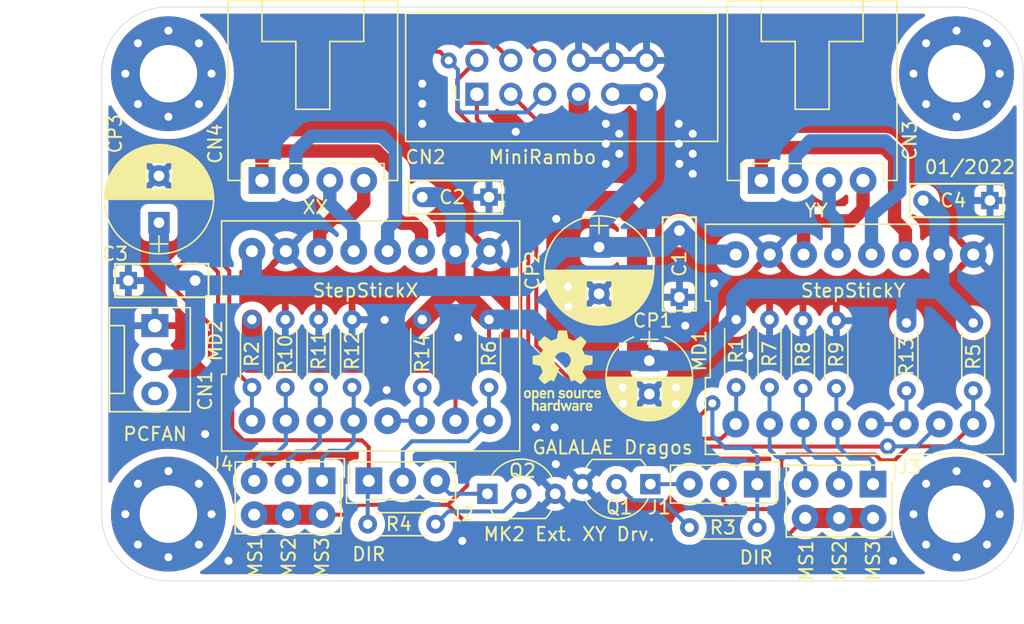
<source format=kicad_pcb>
(kicad_pcb (version 20211014) (generator pcbnew)
  (layers (0 "F.Cu" signal) (31 "B.Cu" signal) (34 "B.Paste" user) (35 "F.Paste" user) (36 "B.SilkS" user "B.Silkscreen") (37 "F.SilkS" user "F.Silkscreen") (38 "B.Mask" user) (39 "F.Mask" user) (44 "Edge.Cuts" user))
  (net 0 "")
  (net 1 "GND")
  (net 2 "+12V")
  (net 3 "+5V")
  (net 4 "Net-(CN2-Pad1)")
  (net 5 "Net-(CN2-Pad2)")
  (net 6 "Net-(CN2-Pad3)")
  (net 7 "Net-(CN2-Pad4)")
  (net 8 "Net-(CN2-Pad5)")
  (net 9 "Net-(CN2-Pad6)")
  (net 10 "Net-(CN3-Pad1)")
  (net 11 "Net-(CN3-Pad2)")
  (net 12 "Net-(CN3-Pad3)")
  (net 13 "Net-(CN3-Pad4)")
  (net 14 "Net-(CN4-Pad4)")
  (net 15 "Net-(CN4-Pad3)")
  (net 16 "Net-(CN4-Pad2)")
  (net 17 "Net-(CN4-Pad1)")
  (net 18 "Net-(J1-Pad2)")
  (net 19 "Net-(J1-Pad3)")
  (net 20 "Net-(J2-Pad3)")
  (net 21 "Net-(J2-Pad2)")
  (net 22 "Net-(J3-Pad1)")
  (net 23 "Net-(J3-Pad3)")
  (net 24 "Net-(J3-Pad5)")
  (net 25 "Net-(J4-Pad5)")
  (net 26 "Net-(J4-Pad3)")
  (net 27 "Net-(J4-Pad1)")
  (net 28 "Net-(MD1-Pad5)")
  (net 29 "Net-(MD2-Pad5)")
  (net 30 "Net-(Q1-Pad2)")
  (net 31 "Net-(Q2-Pad2)")
  (net 32 "Net-(CN1-Pad3)")
  (footprint "prusa_mk2_ext_drv:Molex_70553_4P" (layer "F.Cu") (at 12 13)
    (fp_text reference "CN4")
    (fp_text value "Y_MOT")
  )
  (footprint "prusa_mk2_ext_drv:CP_Radial_D6.3mm_P2.50mm" (layer "F.Cu") (at 41 26.5 -90)
    (fp_text reference "CP1")
    (fp_text value "47u/35V")
  )
  (footprint "prusa_mk2_ext_drv:JP_2.54mm_3PIN" (layer "F.Cu") (at 49.08 35.75 -90)
    (fp_text reference "J1")
    (fp_text value "DirRevX")
  )
  (footprint "prusa_mk2_ext_drv:STEPSTICK" (layer "F.Cu") (at 56.36 24.9)
    (fp_text reference "MD1")
    (fp_text value "TMC2209_X")
  )
  (footprint "prusa_mk2_ext_drv:STEPSTICK" (layer "F.Cu") (at 20.14 24.65)
    (fp_text reference "MD2")
    (fp_text value "TMC2209_Y")
  )
  (footprint "prusa_mk2_ext_drv:TO-92_Inline_Wide" (layer "F.Cu") (at 41.08 35.75 180)
    (fp_text reference "Q1")
    (fp_text value "BC546")
  )
  (footprint "prusa_mk2_ext_drv:TO-92_Inline_Wide" (layer "F.Cu") (at 28.8798 36.4744)
    (fp_text reference "Q2")
    (fp_text value "BC546")
  )
  (footprint "prusa_mk2_ext_drv:R_Axial_DIN0204_L3.6mm_D1.6mm_P5.08mm_Horizontal" (layer "F.Cu") (at 11.25 23.42 -90)
    (fp_text reference "R2")
    (fp_text value "10k")
  )
  (footprint "prusa_mk2_ext_drv:R_Axial_DIN0204_L3.6mm_D1.6mm_P5.08mm_Horizontal" (layer "F.Cu") (at 25 38.75 180)
    (fp_text reference "R4")
    (fp_text value "100k")
  )
  (footprint "prusa_mk2_ext_drv:R_Axial_DIN0204_L3.6mm_D1.6mm_P5.08mm_Horizontal" (layer "F.Cu") (at 29 28.5 90)
    (fp_text reference "R6")
    (fp_text value "10k")
  )
  (footprint "prusa_mk2_ext_drv:R_Axial_DIN0204_L3.6mm_D1.6mm_P5.08mm_Horizontal" (layer "F.Cu") (at 16.25 28.5 90)
    (fp_text reference "R11")
    (fp_text value "100k")
  )
  (footprint "Mounting_Holes:MountingHole_4.3mm_M4_Pad_Via" (layer "F.Cu") (at 5 5)
    (fp_text reference "REF**" hide)
    (fp_text value "MountingHole_4.3mm_M4_Pad_Via" hide)
  )
  (footprint "Mounting_Holes:MountingHole_4.3mm_M4_Pad_Via" (layer "F.Cu") (at 64 5)
    (fp_text reference "REF**" hide)
    (fp_text value "MountingHole_4.3mm_M4_Pad_Via" hide)
  )
  (footprint "Mounting_Holes:MountingHole_4.3mm_M4_Pad_Via" (layer "F.Cu") (at 5 38)
    (fp_text reference "REF**" hide)
    (fp_text value "MountingHole_4.3mm_M4_Pad_Via" hide)
  )
  (footprint "Mounting_Holes:MountingHole_4.3mm_M4_Pad_Via" (layer "F.Cu") (at 64 38)
    (fp_text reference "REF**" hide)
    (fp_text value "MountingHole_4.3mm_M4_Pad_Via" hide)
  )
  (footprint "prusa_mk2_ext_drv:JP_2.54mm_2x3PIN" (layer "F.Cu") (at 16.5 35.5 -90)
    (fp_text reference "J4")
    (fp_text value "CfgY")
  )
  (footprint "prusa_mk2_ext_drv:R_Axial_DIN0204_L3.6mm_D1.6mm_P5.08mm_Horizontal" (layer "F.Cu") (at 44 39)
    (fp_text reference "R3")
    (fp_text value "100k")
  )
  (footprint "prusa_mk2_ext_drv:R_Axial_DIN0204_L3.6mm_D1.6mm_P5.08mm_Horizontal" (layer "F.Cu") (at 13.75 28.5 90)
    (fp_text reference "R10")
    (fp_text value "100k")
  )
  (footprint "prusa_mk2_ext_drv:R_Axial_DIN0204_L3.6mm_D1.6mm_P5.08mm_Horizontal" (layer "F.Cu") (at 18.75 28.5 90)
    (fp_text reference "R12")
    (fp_text value "100k")
  )
  (footprint "prusa_mk2_ext_drv:JP_2.54mm_3PIN" (layer "F.Cu") (at 20 35.5 90)
    (fp_text reference "J2")
    (fp_text value "DirRevY")
  )
  (footprint "prusa_mk2_ext_drv:R_Axial_DIN0204_L3.6mm_D1.6mm_P5.08mm_Horizontal" (layer "F.Cu") (at 52.5 28.58 90)
    (fp_text reference "R8")
    (fp_text value "100k")
  )
  (footprint "prusa_mk2_ext_drv:JP_2.54mm_2x3PIN" (layer "F.Cu") (at 57.75 35.75 -90)
    (fp_text reference "J3")
    (fp_text value "CfgX")
  )
  (footprint "prusa_mk2_ext_drv:R_Axial_DIN0204_L3.6mm_D1.6mm_P5.08mm_Horizontal" (layer "F.Cu") (at 50 28.5 90)
    (fp_text reference "R7")
    (fp_text value "100k")
  )
  (footprint "prusa_mk2_ext_drv:R_Axial_DIN0204_L3.6mm_D1.6mm_P5.08mm_Horizontal" (layer "F.Cu") (at 55 28.58 90)
    (fp_text reference "R9")
    (fp_text value "100k")
  )
  (footprint "prusa_mk2_ext_drv:R_Axial_DIN0204_L3.6mm_D1.6mm_P5.08mm_Horizontal" (layer "F.Cu") (at 47.5 23.42 -90)
    (fp_text reference "R1")
    (fp_text value "10k")
  )
  (footprint "prusa_mk2_ext_drv:R_Axial_DIN0204_L3.6mm_D1.6mm_P5.08mm_Horizontal" (layer "F.Cu") (at 65.25 28.75 90)
    (fp_text reference "R5")
    (fp_text value "10k")
  )
  (footprint "prusa_mk2_ext_drv:CP_Radial_D8.0mm_P3.50mm" (layer "F.Cu") (at 4.2926 16.1544 90)
    (fp_text reference "CP3")
    (fp_text value "220u/35V")
  )
  (footprint "Capacitors_ThroughHole:C_Rect_L7_W2.5_P5" (layer "F.Cu") (at 29 14.25 180)
    (fp_text reference "C2")
    (fp_text value "100n/35V")
  )
  (footprint "Capacitors_ThroughHole:C_Rect_L7_W2.5_P5" (layer "F.Cu") (at 66.5 14.5 180)
    (fp_text reference "C4")
    (fp_text value "100n/35V")
  )
  (footprint "prusa_mk2_ext_drv:Molex_70553_4P" (layer "F.Cu") (at 49.38 13)
    (fp_text reference "CN3")
    (fp_text value "X_MOT")
  )
  (footprint "Connectors:IDC_Header_Straight_12pins" (layer "F.Cu") (at 28.09 6.54)
    (fp_text reference "CN2")
    (fp_text value "MiniRambo")
  )
  (footprint "prusa_mk2_ext_drv:R_Axial_DIN0204_L3.6mm_D1.6mm_P5.08mm_Horizontal" (layer "F.Cu") (at 60.25 23.67 -90)
    (fp_text reference "R13")
    (fp_text value "10k")
  )
  (footprint "prusa_mk2_ext_drv:R_Axial_DIN0204_L3.6mm_D1.6mm_P5.08mm_Horizontal" (layer "F.Cu") (at 24 23.42 -90)
    (fp_text reference "R14")
    (fp_text value "10k")
  )
  (footprint "Capacitors_ThroughHole:C_Rect_L7_W2.5_P5" (layer "F.Cu") (at 43.25 21.75 90)
    (fp_text reference "C1")
    (fp_text value "100n/35V")
  )
  (footprint "Connectors:Fan_Pin_Header_Straight_1x03" (layer "F.Cu") (at 3.9878 23.876)
    (fp_text reference "CN1")
    (fp_text value "FAN")
  )
  (footprint "prusa_mk2_ext_drv:CP_Radial_D8.0mm_P3.50mm" (layer "F.Cu") (at 37.2364 17.9884 -90)
    (fp_text reference "CP2")
    (fp_text value "220u/35V")
  )
  (footprint "Capacitors_ThroughHole:C_Rect_L7_W2.5_P5" (layer "F.Cu") (at 2 20.5)
    (fp_text reference "C3")
    (fp_text value "100n/35V")
  )
  (footprint "Symbols:OSHW-Logo_5.7x6mm_SilkScreen" (layer "F.Cu") (at 34.5 27.25)
    (fp_text reference "REF***" hide)
    (fp_text value "OSHW-Logo_5.7x6mm_SilkScreen" hide)
  )
  (gr_line (start 64 0) (end 5 0) (layer "Edge.Cuts") (width 0.05))
  (gr_arc (start 0 5) (mid 1.464466 1.464466) (end 5 0) (layer "Edge.Cuts") (width 0.05))
  (gr_line (start 0 5) (end 0 38) (layer "Edge.Cuts") (width 0.05))
  (gr_line (start 69 38) (end 69 5) (layer "Edge.Cuts") (width 0.05))
  (gr_arc (start 69 38) (mid 67.535534 41.535534) (end 64 43) (layer "Edge.Cuts") (width 0.05))
  (gr_line (start 5 43) (end 64 43) (layer "Edge.Cuts") (width 0.05))
  (gr_arc (start 64 0) (mid 67.535534 1.464466) (end 69 5) (layer "Edge.Cuts") (width 0.05))
  (gr_arc (start 5 43) (mid 1.464466 41.535534) (end 0 38) (layer "Edge.Cuts") (width 0.05))
  (gr_text "DIR" (at 49 41.25) (layer "F.SilkS") (effects (font (size 1 1))))
  (gr_text "MS3" (at 57.75 41.5 90) (layer "F.SilkS") (effects (font (size 1 1))))
  (gr_text "MS1" (at 52.75 41.5 90) (layer "F.SilkS") (effects (font (size 1 1))))
  (gr_text "MS2" (at 55.25 41.5 90) (layer "F.SilkS") (effects (font (size 1 1))))
  (gr_text "MK2 Ext. XY Drv." (at 35 39.5) (layer "F.SilkS") (effects (font (size 1 1))))
  (gr_text "01/2022" (at 65 12) (layer "F.SilkS") (effects (font (size 1 1))))
  (gr_text "DIR" (at 20 41) (layer "F.SilkS") (effects (font (size 1 1))))
  (gr_text "StepStickX" (at 19.75 21.25) (layer "F.SilkS") (effects (font (size 1 1))))
  (gr_text "MS1" (at 11.5 41.25 90) (layer "F.SilkS") (effects (font (size 1 1))))
  (gr_text "MS2" (at 14 41.25 90) (layer "F.SilkS") (effects (font (size 1 1))))
  (gr_text "GALALAE Dragos" (at 38.25 33) (layer "F.SilkS") (effects (font (size 1 1))))
  (gr_text "MS3" (at 16.5 41.25 90) (layer "F.SilkS") (effects (font (size 1 1))))
  (gr_text "PCFAN" (at 4 32) (layer "F.SilkS") (effects (font (size 1 1))))
  (gr_text "YY" (at 53.5 15.25) (layer "F.SilkS") (effects (font (size 1 1))))
  (gr_text "XX" (at 16 15) (layer "F.SilkS") (effects (font (size 1 1))))
  (gr_text "MiniRambo" (at 33 11.25) (layer "F.SilkS") (effects (font (size 1 1))))
  (gr_text "StepStickY" (at 56.25 21.25) (layer "F.SilkS") (effects (font (size 1 1))))
  (via (at 24 7.25) (size 1.2) (drill 0.6) (layers "F.Cu" "B.Cu") (net 1))
  (via (at 43 28.5) (size 1.2) (drill 0.6) (layers "F.Cu" "B.Cu") (net 1))
  (via (at 38.75 11) (size 1.2) (drill 0.6) (layers "F.Cu" "B.Cu") (net 1))
  (via (at 24 5.75) (size 1.2) (drill 0.6) (layers "F.Cu" "B.Cu") (net 1))
  (via (at 34.925 20.955) (size 1.2) (drill 0.6) (layers "F.Cu" "B.Cu") (net 1))
  (via (at 43.2054 8.75) (size 1.2) (drill 0.6) (layers "F.Cu" "B.Cu") (net 1))
  (via (at 9.5 41.5) (size 1.2) (drill 0.6) (layers "F.Cu" "B.Cu") (net 1))
  (via (at 21.1836 23.4442) (size 1.2) (drill 0.6) (layers "F.Cu" "B.Cu") (net 1))
  (via (at 7.747 32.004) (size 1.2) (drill 0.6) (layers "F.Cu" "B.Cu") (net 1))
  (via (at 39.032577 29.718) (size 1.2) (drill 0.6) (layers "F.Cu" "B.Cu") (net 1))
  (via (at 27.0002 40.005) (size 1.2) (drill 0.6) (layers "F.Cu" "B.Cu") (net 1))
  (via (at 31 9.3472) (size 1.2) (drill 0.6) (layers "F.Cu" "B.Cu") (net 1))
  (via (at 45.847 20.701) (size 1.2) (drill 0.6) (layers "F.Cu" "B.Cu") (net 1))
  (via (at 21.336 28.702) (size 1.2) (drill 0.6) (layers "F.Cu" "B.Cu") (net 1))
  (via (at 43.688 23.876) (size 1.2) (drill 0.6) (layers "F.Cu" "B.Cu") (net 1))
  (via (at 34.925 22.479) (size 1.2) (drill 0.6) (layers "F.Cu" "B.Cu") (net 1))
  (via (at 39 28.5) (size 1.2) (drill 0.6) (layers "F.Cu" "B.Cu") (net 1))
  (via (at 34.036 15.875) (size 1.2) (drill 0.6) (layers "F.Cu" "B.Cu") (net 1))
  (via (at 44.25 11) (size 1.2) (drill 0.6) (layers "F.Cu" "B.Cu") (net 1))
  (via (at 33.909 31.496) (size 1.2) (drill 0.6) (layers "F.Cu" "B.Cu") (net 1))
  (via (at 43 29.75) (size 1.2) (drill 0.6) (layers "F.Cu" "B.Cu") (net 1))
  (via (at 44.25 9.5) (size 1.2) (drill 0.6) (layers "F.Cu" "B.Cu") (net 1))
  (via (at 37.75 10.25) (size 1.2) (drill 0.6) (layers "F.Cu" "B.Cu") (net 1))
  (via (at 24 8.75) (size 1.2) (drill 0.6) (layers "F.Cu" "B.Cu") (net 1))
  (via (at 38.75 9.5) (size 1.2) (drill 0.6) (layers "F.Cu" "B.Cu") (net 1))
  (via (at 43.25 11.75) (size 1.2) (drill 0.6) (layers "F.Cu" "B.Cu") (net 1))
  (via (at 37.75 11.75) (size 1.2) (drill 0.6) (layers "F.Cu" "B.Cu") (net 1))
  (via (at 59.25 41.5) (size 1.2) (drill 0.6) (layers "F.Cu" "B.Cu") (net 1))
  (via (at 37.75 8.75) (size 1.2) (drill 0.6) (layers "F.Cu" "B.Cu") (net 1))
  (via (at 32.512 31.496) (size 1.2) (drill 0.6) (layers "F.Cu" "B.Cu") (net 1))
  (via (at 43.2054 10.25) (size 1.2) (drill 0.6) (layers "F.Cu" "B.Cu") (net 1))
  (via (at 48.4886 26.1366) (size 1.2) (drill 0.6) (layers "F.Cu" "B.Cu") (net 1))
  (via (at 44.25 12.5) (size 1.2) (drill 0.6) (layers "F.Cu" "B.Cu") (net 1))
  (via (at 26.6954 24.765) (size 1.2) (drill 0.6) (layers "F.Cu" "B.Cu") (net 1))
  (via (at 34 34.25) (size 1.2) (drill 0.6) (layers "F.Cu" "B.Cu") (net 1))
  (segment (start 11.25 20.0384) (end 11.2522 20.8534) (width 1.5) (layer "B.Cu") (net 2))
  (segment (start 7.3534 20.8534) (end 7 20.5) (width 1.5) (layer "B.Cu") (net 2))
  (segment (start 45.05 18.55) (end 43.25 16.75) (width 1.5) (layer "B.Cu") (net 2))
  (segment (start 31.5976 20.9042) (end 34.5018 18) (width 1.5) (layer "B.Cu") (net 2))
  (segment (start 6.5028 26.416) (end 7 25.9188) (width 1.5) (layer "B.Cu") (net 2))
  (segment (start 7 20.5) (end 5.5648 20.5) (width 1.5) (layer "B.Cu") (net 2))
  (segment (start 40.79 6.54) (end 40.79 12.6008) (width 1.5) (layer "B.Cu") (net 2))
  (segment (start 42.0168 17.9832) (end 37.9984 17.9832) (width 1.5) (layer "B.Cu") (net 2))
  (segment (start 11.25 18.3) (end 11.25 20.0384) (width 1.5) (layer "B.Cu") (net 2))
  (segment (start 37.25 16.1408) (end 37.25 18) (width 1.5) (layer "B.Cu") (net 2))
  (segment (start 3.9878 26.416) (end 6.5028 26.416) (width 1.5) (layer "B.Cu") (net 2))
  (segment (start 37.9984 17.9832) (end 37.2668 17.9832) (width 1.5) (layer "B.Cu") (net 2))
  (segment (start 34.5018 18) (end 37.25 18) (width 1.5) (layer "B.Cu") (net 2))
  (segment (start 4.2926 19.2278) (end 4.2926 16.1544) (width 1.5) (layer "B.Cu") (net 2))
  (segment (start 38.25 6.54) (end 40.79 6.54) (width 1.5) (layer "B.Cu") (net 2))
  (segment (start 37.2364 17.9884) (end 37.9932 17.9884) (width 1.5) (layer "B.Cu") (net 2))
  (segment (start 47.47 18.55) (end 45.05 18.55) (width 1.5) (layer "B.Cu") (net 2))
  (segment (start 5.5648 20.5) (end 4.2926 19.2278) (width 1.5) (layer "B.Cu") (net 2))
  (segment (start 37.2668 17.9832) (end 37.25 18) (width 1.5) (layer "B.Cu") (net 2))
  (segment (start 7 25.9188) (end 7 20.5) (width 1.5) (layer "B.Cu") (net 2))
  (segment (start 40.79 12.6008) (end 37.25 16.1408) (width 1.5) (layer "B.Cu") (net 2))
  (segment (start 13.1826 20.9042) (end 31.5976 20.9042) (width 1.5) (layer "B.Cu") (net 2))
  (segment (start 37.9932 17.9884) (end 37.9984 17.9832) (width 1.5) (layer "B.Cu") (net 2))
  (segment (start 11.2522 20.8534) (end 7.3534 20.8534) (width 1.5) (layer "B.Cu") (net 2))
  (segment (start 11.2522 20.8534) (end 13.1826 20.9042) (width 1.5) (layer "B.Cu") (net 2))
  (segment (start 43.25 16.75) (end 42.0168 17.9832) (width 1.5) (layer "B.Cu") (net 2))
  (segment (start 31.0896 28.3718) (end 29 26.2822) (width 0.3) (layer "F.Cu") (net 3))
  (segment (start 57.75 38.29) (end 55.21 38.29) (width 1.5) (layer "F.Cu") (net 3))
  (segment (start 28.448 33.02) (end 29.600002 33.02) (width 0.3) (layer "F.Cu") (net 3))
  (segment (start 26.49 20.91) (end 26.49 18.3) (width 1.5) (layer "F.Cu") (net 3))
  (segment (start 43.303999 40.450001) (end 41.538198 38.6842) (width 0.3) (layer "F.Cu") (net 3))
  (segment (start 16.5 38.04) (end 18.483998 38.04) (width 0.3) (layer "F.Cu") (net 3))
  (segment (start 19.223999 37.299999) (end 25.920601 37.299999) (width 0.3) (layer "F.Cu") (net 3))
  (segment (start 41.538198 38.6842) (end 27.304802 38.6842) (width 0.3) (layer "F.Cu") (net 3))
  (segment (start 50.509999 40.450001) (end 43.303999 40.450001) (width 0.3) (layer "F.Cu") (net 3))
  (segment (start 35.71 14.0692) (end 36.1696 14.5288) (width 1.5) (layer "F.Cu") (net 3))
  (segment (start 29 26.2822) (end 29 23.42) (width 0.3) (layer "F.Cu") (net 3))
  (segment (start 40.0812 25.5812) (end 41 26.5) (width 1.5) (layer "F.Cu") (net 3))
  (segment (start 26.49 20.93) (end 24 23.42) (width 1.5) (layer "F.Cu") (net 3))
  (segment (start 11.42 38.04) (end 13.96 38.04) (width 1.5) (layer "F.Cu") (net 3))
  (segment (start 18.483998 38.04) (end 19.223999 37.299999) (width 0.3) (layer "F.Cu") (net 3))
  (segment (start 27.369799 34.098201) (end 28.448 33.02) (width 0.3) (layer "F.Cu") (net 3))
  (segment (start 40.0812 16.002) (end 40.0812 25.5812) (width 1.5) (layer "F.Cu") (net 3))
  (segment (start 29.600002 33.02) (end 31.0896 31.530402) (width 0.3) (layer "F.Cu") (net 3))
  (segment (start 36.1696 14.5288) (end 38.608 14.5288) (width 1.5) (layer "F.Cu") (net 3))
  (segment (start 35.71 6.54) (end 35.71 14.0692) (width 1.5) (layer "F.Cu") (net 3))
  (segment (start 11.25 24.966) (end 11.25 23.42) (width 1.5) (layer "F.Cu") (net 3))
  (segment (start 27.369799 35.850801) (end 27.369799 34.098201) (width 0.3) (layer "F.Cu") (net 3))
  (segment (start 26.49 18.3) (end 26.49 20.93) (width 1.5) (layer "F.Cu") (net 3))
  (segment (start 31.0896 31.530402) (end 31.0896 28.3718) (width 0.3) (layer "F.Cu") (net 3))
  (segment (start 24 23.42) (end 21.6644 25.7556) (width 1.5) (layer "F.Cu") (net 3))
  (segment (start 29 23.42) (end 26.49 20.91) (width 1.5) (layer "F.Cu") (net 3))
  (segment (start 16.5 38.04) (end 13.96 38.04) (width 1.5) (layer "F.Cu") (net 3))
  (segment (start 52.67 38.29) (end 55.21 38.29) (width 1.5) (layer "F.Cu") (net 3))
  (segment (start 21.6644 25.7556) (end 12.0396 25.7556) (width 1.5) (layer "F.Cu") (net 3))
  (segment (start 38.608 14.5288) (end 40.0812 16.002) (width 1.5) (layer "F.Cu") (net 3))
  (segment (start 27.304802 38.6842) (end 25.920601 37.299999) (width 0.3) (layer "F.Cu") (net 3))
  (segment (start 12.0396 25.7556) (end 11.25 24.966) (width 1.5) (layer "F.Cu") (net 3))
  (segment (start 52.67 38.29) (end 50.509999 40.450001) (width 0.3) (layer "F.Cu") (net 3))
  (segment (start 25.920601 37.299999) (end 27.369799 35.850801) (width 0.3) (layer "F.Cu") (net 3))
  (segment (start 60.25 21.1824) (end 60.325 21.1074) (width 1.5) (layer "B.Cu") (net 3))
  (segment (start 62.71 15.71) (end 61.5 14.5) (width 1.5) (layer "B.Cu") (net 3))
  (segment (start 35.2376 26.5) (end 41 26.5) (width 1.5) (layer "B.Cu") (net 3))
  (segment (start 24 14.25) (end 25.3498 14.25) (width 1.5) (layer "B.Cu") (net 3))
  (segment (start 62.6874 21.1074) (end 62.2808 21.1074) (width 1.5) (layer "B.Cu") (net 3))
  (segment (start 60.25 23.67) (end 60.25 21.1824) (width 1.5) (layer "B.Cu") (net 3))
  (segment (start 44.42 26.5) (end 47.5 23.42) (width 1.5) (layer "B.Cu") (net 3))
  (segment (start 25.3498 14.25) (end 26.49 15.3902) (width 1.5) (layer "B.Cu") (net 3))
  (segment (start 62.71 20.6782) (end 62.71 18.55) (width 1.5) (layer "B.Cu") (net 3))
  (segment (start 32.1576 23.42) (end 35.2376 26.5) (width 1.5) (layer "B.Cu") (net 3))
  (segment (start 48.2346 21.1074) (end 60.325 21.1074) (width 1.5) (layer "B.Cu") (net 3))
  (segment (start 60.325 21.1074) (end 62.2808 21.1074) (width 1.5) (layer "B.Cu") (net 3))
  (segment (start 62.2808 21.1074) (end 62.71 20.6782) (width 1.5) (layer "B.Cu") (net 3))
  (segment (start 47.5 23.42) (end 47.5 21.842) (width 1.5) (layer "B.Cu") (net 3))
  (segment (start 47.5 21.842) (end 48.2346 21.1074) (width 1.5) (layer "B.Cu") (net 3))
  (segment (start 29 23.42) (end 32.1576 23.42) (width 1.5) (layer "B.Cu") (net 3))
  (segment (start 65.25 23.67) (end 62.6874 21.1074) (width 1.5) (layer "B.Cu") (net 3))
  (segment (start 62.71 18.55) (end 62.71 15.71) (width 1.5) (layer "B.Cu") (net 3))
  (segment (start 26.49 15.3902) (end 26.49 18.3) (width 1.5) (layer "B.Cu") (net 3))
  (segment (start 41 26.5) (end 44.42 26.5) (width 1.5) (layer "B.Cu") (net 3))
  (segment (start 28.09 8.415343) (end 31.937389 12.262732) (width 0.3) (layer "F.Cu") (net 4))
  (segment (start 46.385801 32.334199) (end 47.47 31.25) (width 0.3) (layer "F.Cu") (net 4))
  (segment (start 31.937389 12.262732) (end 31.937389 25.628553) (width 0.3) (layer "F.Cu") (net 4))
  (segment (start 28.09 6.54) (end 28.09 8.415343) (width 0.3) (layer "F.Cu") (net 4))
  (segment (start 31.937389 25.628553) (end 38.643035 32.334199) (width 0.3) (layer "F.Cu") (net 4))
  (segment (start 38.643035 32.334199) (end 46.385801 32.334199) (width 0.3) (layer "F.Cu") (net 4))
  (segment (start 47.5 31.22) (end 47.47 31.25) (width 0.3) (layer "B.Cu") (net 4))
  (segment (start 47.5 28.5) (end 47.5 31.22) (width 0.3) (layer "B.Cu") (net 4))
  (segment (start 26.6192 7.793085) (end 31.337378 12.511264) (width 0.3) (layer "F.Cu") (net 5))
  (segment (start 38.39521 32.93421) (end 58.83599 32.93421) (width 0.3) (layer "F.Cu") (net 5))
  (segment (start 58.83599 32.93421) (end 58.8518 32.9184) (width 0.3) (layer "F.Cu") (net 5))
  (segment (start 28.09 4) (end 26.6192 5.4708) (width 0.3) (layer "F.Cu") (net 5))
  (segment (start 31.337378 25.876378) (end 38.39521 32.93421) (width 0.3) (layer "F.Cu") (net 5))
  (segment (start 31.337378 12.511264) (end 31.337378 25.876378) (width 0.3) (layer "F.Cu") (net 5))
  (segment (start 26.6192 5.4708) (end 26.6192 7.793085) (width 0.3) (layer "F.Cu") (net 5))
  (via (at 58.8518 32.9184) (size 1.2) (drill 0.6) (layers "F.Cu" "B.Cu") (net 5))
  (segment (start 61.0416 32.9184) (end 62.71 31.25) (width 0.3) (layer "B.Cu") (net 5))
  (segment (start 58.8518 32.9184) (end 61.0416 32.9184) (width 0.3) (layer "B.Cu") (net 5))
  (segment (start 32.5374 8.4474) (end 32.5374 25.380728) (width 0.3) (layer "F.Cu") (net 6))
  (segment (start 30.63 6.54) (end 32.5374 8.4474) (width 0.3) (layer "F.Cu") (net 6))
  (segment (start 32.5374 25.380728) (end 38.881272 31.7246) (width 0.3) (layer "F.Cu") (net 6))
  (segment (start 43.688 31.7246) (end 45.72 29.6926) (width 0.3) (layer "F.Cu") (net 6))
  (segment (start 38.881272 31.7246) (end 43.688 31.7246) (width 0.3) (layer "F.Cu") (net 6))
  (via (at 45.72 29.6926) (size 1.2) (drill 0.6) (layers "F.Cu" "B.Cu") (net 6))
  (segment (start 48.5394 33.0454) (end 49.08 33.586) (width 0.3) (layer "B.Cu") (net 6))
  (segment (start 45.72 32.0802) (end 46.6852 33.0454) (width 0.3) (layer "B.Cu") (net 6))
  (segment (start 45.72 29.6926) (end 45.72 32.0802) (width 0.3) (layer "B.Cu") (net 6))
  (segment (start 49.08 39) (end 49.08 35.75) (width 0.3) (layer "B.Cu") (net 6))
  (segment (start 49.08 33.586) (end 49.08 35.75) (width 0.3) (layer "B.Cu") (net 6))
  (segment (start 46.6852 33.0454) (end 48.5394 33.0454) (width 0.3) (layer "B.Cu") (net 6))
  (segment (start 30.63 4) (end 29.316399 2.686399) (width 0.3) (layer "F.Cu") (net 7))
  (segment (start 8.001 11.800657) (end 8.001 19.1516) (width 0.3) (layer "F.Cu") (net 7))
  (segment (start 29.316399 2.686399) (end 17.115258 2.686399) (width 0.3) (layer "F.Cu") (net 7))
  (segment (start 17.115258 2.686399) (end 8.001 11.800657) (width 0.3) (layer "F.Cu") (net 7))
  (segment (start 8.001 19.1516) (end 8.7122 19.8628) (width 0.3) (layer "F.Cu") (net 7))
  (segment (start 8.7122 19.8628) (end 8.7122 25.9622) (width 0.3) (layer "F.Cu") (net 7))
  (segment (start 8.7122 25.9622) (end 11.25 28.5) (width 0.3) (layer "F.Cu") (net 7))
  (segment (start 11.25 31) (end 11.25 28.5) (width 0.3) (layer "B.Cu") (net 7))
  (segment (start 8.6614 18.8722) (end 8.6614 11.9888) (width 0.3) (layer "F.Cu") (net 8))
  (segment (start 24.69021 27.25561) (end 10.854152 27.25561) (width 0.3) (layer "F.Cu") (net 8))
  (segment (start 26.49 29.0554) (end 24.69021 27.25561) (width 0.3) (layer "F.Cu") (net 8))
  (segment (start 9.55662 25.958078) (end 9.55662 19.76742) (width 0.3) (layer "F.Cu") (net 8))
  (segment (start 26.49 31) (end 26.49 29.0554) (width 0.3) (layer "F.Cu") (net 8))
  (segment (start 10.854152 27.25561) (end 9.55662 25.958078) (width 0.3) (layer "F.Cu") (net 8))
  (segment (start 17.2974 3.3528) (end 25.3238 3.3528) (width 0.3) (layer "F.Cu") (net 8))
  (segment (start 9.55662 19.76742) (end 8.6614 18.8722) (width 0.3) (layer "F.Cu") (net 8))
  (segment (start 8.6614 11.9888) (end 17.2974 3.3528) (width 0.3) (layer "F.Cu") (net 8))
  (segment (start 25.3238 3.3528) (end 25.9842 4.0132) (width 0.3) (layer "F.Cu") (net 8))
  (via (at 25.9842 4.0132) (size 1.2) (drill 0.6) (layers "F.Cu" "B.Cu") (net 8))
  (segment (start 33.17 6.54) (end 31.8106 7.8994) (width 0.3) (layer "B.Cu") (net 8))
  (segment (start 26.67 4.699) (end 25.9842 4.0132) (width 0.3) (layer "B.Cu") (net 8))
  (segment (start 26.67 7.657202) (end 26.67 4.699) (width 0.3) (layer "B.Cu") (net 8))
  (segment (start 26.912198 7.8994) (end 26.67 7.657202) (width 0.3) (layer "B.Cu") (net 8))
  (segment (start 31.8106 7.8994) (end 26.912198 7.8994) (width 0.3) (layer "B.Cu") (net 8))
  (segment (start 5.5372 19.6596) (end 5.5372 21.209) (width 0.3) (layer "F.Cu") (net 9))
  (segment (start 31.1766 2.0066) (end 16.946514 2.0066) (width 0.3) (layer "F.Cu") (net 9))
  (segment (start 7.3914 11.561714) (end 7.3914 17.8054) (width 0.3) (layer "F.Cu") (net 9))
  (segment (start 10.6172 32.4612) (end 19.4818 32.4612) (width 0.3) (layer "F.Cu") (net 9))
  (segment (start 16.946514 2.0066) (end 7.3914 11.561714) (width 0.3) (layer "F.Cu") (net 9))
  (segment (start 9.779 27.877543) (end 9.779 31.623) (width 0.3) (layer "F.Cu") (net 9))
  (segment (start 19.4818 32.4612) (end 20 32.9794) (width 0.3) (layer "F.Cu") (net 9))
  (segment (start 9.779 31.623) (end 10.6172 32.4612) (width 0.3) (layer "F.Cu") (net 9))
  (segment (start 7.3914 17.8054) (end 5.5372 19.6596) (width 0.3) (layer "F.Cu") (net 9))
  (segment (start 8.1026 23.7744) (end 8.1026 26.201143) (width 0.3) (layer "F.Cu") (net 9))
  (segment (start 33.17 4) (end 31.1766 2.0066) (width 0.3) (layer "F.Cu") (net 9))
  (segment (start 20 32.9794) (end 20 35.5) (width 0.3) (layer "F.Cu") (net 9))
  (segment (start 5.5372 21.209) (end 8.1026 23.7744) (width 0.3) (layer "F.Cu") (net 9))
  (segment (start 8.1026 26.201143) (end 9.779 27.877543) (width 0.3) (layer "F.Cu") (net 9))
  (segment (start 19.92 35.58) (end 20 35.5) (width 0.3) (layer "B.Cu") (net 9))
  (segment (start 19.92 38.75) (end 19.92 35.58) (width 0.3) (layer "B.Cu") (net 9))
  (segment (start 49.38 11.453) (end 50.292 10.541) (width 1) (layer "F.Cu") (net 10))
  (segment (start 49.38 13) (end 49.38 11.453) (width 1) (layer "F.Cu") (net 10))
  (segment (start 59.3598 16.002) (end 60.17 16.8122) (width 1) (layer "F.Cu") (net 10))
  (segment (start 60.17 16.8122) (end 60.17 18.55) (width 1) (layer "F.Cu") (net 10))
  (segment (start 59.3598 11.3284) (end 59.3598 16.002) (width 1) (layer "F.Cu") (net 10))
  (segment (start 58.5724 10.541) (end 59.3598 11.3284) (width 1) (layer "F.Cu") (net 10))
  (segment (start 50.292 10.541) (end 58.5724 10.541) (width 1) (layer "F.Cu") (net 10))
  (segment (start 53.0352 10.033) (end 58.674 10.033) (width 1) (layer "B.Cu") (net 11))
  (segment (start 51.92 13) (end 51.92 11.2244) (width 1) (layer "B.Cu") (net 11))
  (segment (start 51.92 11.2244) (end 53.0352 10.033) (width 1) (layer "B.Cu") (net 11))
  (segment (start 57.63 15.5728) (end 57.63 18.55) (width 1) (layer "B.Cu") (net 11))
  (segment (start 59.7408 13.843) (end 57.63 15.5728) (width 1) (layer "B.Cu") (net 11))
  (segment (start 59.7662 11.049) (end 59.7408 13.843) (width 1) (layer "B.Cu") (net 11))
  (segment (start 58.674 10.033) (end 59.7662 11.049) (width 1) (layer "B.Cu") (net 11))
  (segment (start 54.46 13) (end 54.46 15.3948) (width 1) (layer "B.Cu") (net 12))
  (segment (start 55.09 16.0248) (end 55.09 18.55) (width 1) (layer "B.Cu") (net 12))
  (segment (start 54.46 15.3948) (end 55.09 16.0248) (width 1) (layer "B.Cu") (net 12))
  (segment (start 57 15.136) (end 57 13) (width 1) (layer "F.Cu") (net 13))
  (segment (start 56.1086 16.0274) (end 57 15.136) (width 1) (layer "F.Cu") (net 13))
  (segment (start 52.55 16.8174) (end 53.34 16.0274) (width 1) (layer "F.Cu") (net 13))
  (segment (start 53.34 16.0274) (end 56.1086 16.0274) (width 1) (layer "F.Cu") (net 13))
  (segment (start 52.55 18.55) (end 52.55 16.8174) (width 1) (layer "F.Cu") (net 13))
  (segment (start 17.3736 15.7734) (end 18.5166 15.7734) (width 1) (layer "F.Cu") (net 14))
  (segment (start 18.5166 15.7734) (end 19.62 14.67) (width 1) (layer "F.Cu") (net 14))
  (segment (start 16.33 16.817) (end 17.3736 15.7734) (width 1) (layer "F.Cu") (net 14))
  (segment (start 19.62 14.67) (end 19.62 13) (width 1) (layer "F.Cu") (net 14))
  (segment (start 16.33 18.3) (end 16.33 16.817) (width 1) (layer "F.Cu") (net 14))
  (segment (start 17.08 13) (end 17.08 14.7178) (width 1) (layer "B.Cu") (net 15))
  (segment (start 18.87 16.5078) (end 18.87 18.3) (width 1) (layer "B.Cu") (net 15))
  (segment (start 17.08 14.7178) (end 18.87 16.5078) (width 1) (layer "B.Cu") (net 15))
  (segment (start 20.9804 9.6774) (end 21.9964 10.6934) (width 1) (layer "B.Cu") (net 16))
  (segment (start 21.9964 10.6934) (end 21.9964 15.9766) (width 1) (layer "B.Cu") (net 16))
  (segment (start 15.6972 9.6774) (end 20.9804 9.6774) (width 1) (layer "B.Cu") (net 16))
  (segment (start 21.9964 15.9766) (end 21.41 16.563) (width 1) (layer "B.Cu") (net 16))
  (segment (start 21.41 16.563) (end 21.41 18.3) (width 1) (layer "B.Cu") (net 16))
  (segment (start 14.54 13) (end 14.54 10.8346) (width 1) (layer "B.Cu") (net 16))
  (segment (start 14.54 10.8346) (end 15.6972 9.6774) (width 1) (layer "B.Cu") (net 16))
  (segment (start 12 13) (end 12 11.3172) (width 1) (layer "F.Cu") (net 17))
  (segment (start 22.479 16.2052) (end 23.3426 16.2052) (width 1) (layer "F.Cu") (net 17))
  (segment (start 21.971 15.6972) (end 22.479 16.2052) (width 1) (layer "F.Cu") (net 17))
  (segment (start 23.3426 16.2052) (end 23.95 16.8126) (width 1) (layer "F.Cu") (net 17))
  (segment (start 23.95 16.8126) (end 23.95 18.3) (width 1) (layer "F.Cu") (net 17))
  (segment (start 20.574 10.795) (end 21.971 12.192) (width 1) (layer "F.Cu") (net 17))
  (segment (start 12 11.3172) (end 12.5222 10.795) (width 1) (layer "F.Cu") (net 17))
  (segment (start 12.5222 10.795) (end 20.574 10.795) (width 1) (layer "F.Cu") (net 17))
  (segment (start 21.971 12.192) (end 21.971 15.6972) (width 1) (layer "F.Cu") (net 17))
  (segment (start 46.54 37.0658) (end 47.0916 37.6174) (width 0.3) (layer "F.Cu") (net 18))
  (segment (start 47.0916 37.6174) (end 50.2666 37.6174) (width 0.3) (layer "F.Cu") (net 18))
  (segment (start 60.405802 32.9184) (end 63.5816 32.9184) (width 0.3) (layer "F.Cu") (net 18))
  (segment (start 59.355801 33.968401) (end 60.405802 32.9184) (width 0.3) (layer "F.Cu") (net 18))
  (segment (start 57.913618 33.53422) (end 58.347799 33.968401) (width 0.3) (layer "F.Cu") (net 18))
  (segment (start 63.5816 32.9184) (end 65.25 31.25) (width 0.3) (layer "F.Cu") (net 18))
  (segment (start 50.8762 33.9598) (end 51.30178 33.53422) (width 0.3) (layer "F.Cu") (net 18))
  (segment (start 58.347799 33.968401) (end 59.355801 33.968401) (width 0.3) (layer "F.Cu") (net 18))
  (segment (start 50.2666 37.6174) (end 50.8762 37.0078) (width 0.3) (layer "F.Cu") (net 18))
  (segment (start 51.30178 33.53422) (end 57.913618 33.53422) (width 0.3) (layer "F.Cu") (net 18))
  (segment (start 46.54 35.75) (end 46.54 37.0658) (width 0.3) (layer "F.Cu") (net 18))
  (segment (start 50.8762 37.0078) (end 50.8762 33.9598) (width 0.3) (layer "F.Cu") (net 18))
  (segment (start 65.25 28.75) (end 65.25 31.25) (width 0.3) (layer "B.Cu") (net 18))
  (segment (start 41.08 35.75) (end 44 35.75) (width 0.3) (layer "B.Cu") (net 19))
  (segment (start 26.0544 36.4744) (end 25.08 35.5) (width 0.3) (layer "B.Cu") (net 20))
  (segment (start 28.8798 36.4744) (end 26.0544 36.4744) (width 0.3) (layer "B.Cu") (net 20))
  (segment (start 22.54 35.5) (end 22.54 33.213) (width 0.3) (layer "B.Cu") (net 21))
  (segment (start 29 30.97) (end 29.03 31) (width 0.3) (layer "B.Cu") (net 21))
  (segment (start 28.9948 31) (end 29.03 31) (width 0.3) (layer "B.Cu") (net 21))
  (segment (start 23.2156 32.5374) (end 27.4574 32.5374) (width 0.3) (layer "B.Cu") (net 21))
  (segment (start 29 28.5) (end 29 30.97) (width 0.3) (layer "B.Cu") (net 21))
  (segment (start 22.54 33.213) (end 23.2156 32.5374) (width 0.3) (layer "B.Cu") (net 21))
  (segment (start 27.4574 32.5374) (end 28.9948 31) (width 0.3) (layer "B.Cu") (net 21))
  (segment (start 56.0324 33.8328) (end 57.4802 33.8328) (width 0.3) (layer "B.Cu") (net 22))
  (segment (start 57.4802 33.8328) (end 57.75 34.1026) (width 0.3) (layer "B.Cu") (net 22))
  (segment (start 55.09 32.8904) (end 55.09 31.25) (width 0.3) (layer "B.Cu") (net 22))
  (segment (start 55 28.58) (end 55 31.16) (width 0.3) (layer "B.Cu") (net 22))
  (segment (start 56.0324 33.8328) (end 55.09 32.8904) (width 0.3) (layer "B.Cu") (net 22))
  (segment (start 55 31.16) (end 55.09 31.25) (width 0.3) (layer "B.Cu") (net 22))
  (segment (start 57.75 35.75) (end 57.75 34.1026) (width 0.3) (layer "B.Cu") (net 22))
  (segment (start 52.55 32.865) (end 52.55 31.25) (width 0.3) (layer "B.Cu") (net 23))
  (segment (start 52.5 31.2) (end 52.55 31.25) (width 0.3) (layer "B.Cu") (net 23))
  (segment (start 55.21 35.75) (end 55.21 34.2042) (width 0.3) (layer "B.Cu") (net 23))
  (segment (start 54.7878 33.782) (end 55.21 34.2042) (width 0.3) (layer "B.Cu") (net 23))
  (segment (start 53.467 33.782) (end 54.7878 33.782) (width 0.3) (layer "B.Cu") (net 23))
  (segment (start 53.467 33.782) (end 52.55 32.865) (width 0.3) (layer "B.Cu") (net 23))
  (segment (start 52.5 28.58) (end 52.5 31.2) (width 0.3) (layer "B.Cu") (net 23))
  (segment (start 50.5714 33.7312) (end 50.01 33.1698) (width 0.3) (layer "B.Cu") (net 24))
  (segment (start 50 31.24) (end 50.01 31.25) (width 0.3) (layer "B.Cu") (net 24))
  (segment (start 50 28.5) (end 50 31.24) (width 0.3) (layer "B.Cu") (net 24))
  (segment (start 52.0954 33.7312) (end 50.5714 33.7312) (width 0.3) (layer "B.Cu") (net 24))
  (segment (start 52.67 34.3058) (end 52.0954 33.7312) (width 0.3) (layer "B.Cu") (net 24))
  (segment (start 52.67 35.75) (end 52.67 34.3058) (width 0.3) (layer "B.Cu") (net 24))
  (segment (start 50.01 33.1698) (end 50.01 31.25) (width 0.3) (layer "B.Cu") (net 24))
  (segment (start 13.081 33.4518) (end 13.79 32.7428) (width 0.3) (layer "B.Cu") (net 25))
  (segment (start 11.42 35.5) (end 11.42 34.0714) (width 0.3) (layer "B.Cu") (net 25))
  (segment (start 12.0396 33.4518) (end 13.081 33.4518) (width 0.3) (layer "B.Cu") (net 25))
  (segment (start 13.79 28.54) (end 13.75 28.5) (width 0.3) (layer "B.Cu") (net 25))
  (segment (start 13.79 31) (end 13.79 28.54) (width 0.3) (layer "B.Cu") (net 25))
  (segment (start 13.79 32.7428) (end 13.79 31) (width 0.3) (layer "B.Cu") (net 25))
  (segment (start 11.42 34.0714) (end 12.0396 33.4518) (width 0.3) (layer "B.Cu") (net 25))
  (segment (start 16.33 31) (end 16.33 28.58) (width 0.3) (layer "B.Cu") (net 26))
  (segment (start 14.605 33.2994) (end 15.6718 33.2994) (width 0.3) (layer "B.Cu") (net 26))
  (segment (start 16.33 32.6412) (end 16.33 31) (width 0.3) (layer "B.Cu") (net 26))
  (segment (start 13.96 33.9444) (end 14.605 33.2994) (width 0.3) (layer "B.Cu") (net 26))
  (segment (start 13.96 35.5) (end 13.96 33.9444) (width 0.3) (layer "B.Cu") (net 26))
  (segment (start 15.6718 33.2994) (end 16.33 32.6412) (width 0.3) (layer "B.Cu") (net 26))
  (segment (start 16.33 28.58) (end 16.25 28.5) (width 0.3) (layer "B.Cu") (net 26))
  (segment (start 18.87 28.62) (end 18.75 28.5) (width 0.3) (layer "B.Cu") (net 27))
  (segment (start 17.0434 33.2486) (end 18.2372 33.2486) (width 0.3) (layer "B.Cu") (net 27))
  (segment (start 18.2372 33.2486) (end 18.87 32.6158) (width 0.3) (layer "B.Cu") (net 27))
  (segment (start 18.87 31) (end 18.87 28.62) (width 0.3) (layer "B.Cu") (net 27))
  (segment (start 16.5 33.792) (end 17.0434 33.2486) (width 0.3) (layer "B.Cu") (net 27))
  (segment (start 16.5 35.5) (end 16.5 33.792) (width 0.3) (layer "B.Cu") (net 27))
  (segment (start 18.87 32.6158) (end 18.87 31) (width 0.3) (layer "B.Cu") (net 27))
  (segment (start 60.25 28.75) (end 60.25 31.17) (width 0.3) (layer "B.Cu") (net 28))
  (segment (start 60.25 31.17) (end 60.17 31.25) (width 0.3) (layer "B.Cu") (net 28))
  (segment (start 60.17 31.25) (end 57.63 31.25) (width 0.3) (layer "B.Cu") (net 28))
  (segment (start 23.95 31) (end 23.95 28.55) (width 0.3) (layer "B.Cu") (net 29))
  (segment (start 23.95 31) (end 21.41 31) (width 0.3) (layer "B.Cu") (net 29))
  (segment (start 23.95 28.55) (end 24 28.5) (width 0.3) (layer "B.Cu") (net 29))
  (segment (start 41.960001 36.960001) (end 39.750001 36.960001) (width 0.3) (layer "B.Cu") (net 30))
  (segment (start 39.750001 36.960001) (end 38.54 35.75) (width 0.3) (layer "B.Cu") (net 30))
  (segment (start 44 39) (end 41.960001 36.960001) (width 0.3) (layer "B.Cu") (net 30))
  (segment (start 25 38.75) (end 25.9548 37.7952) (width 0.3) (layer "B.Cu") (net 31))
  (segment (start 25.9548 37.7952) (end 30.099 37.7952) (width 0.3) (layer "B.Cu") (net 31))
  (segment (start 30.099 37.7952) (end 31.4198 36.4744) (width 0.3) (layer "B.Cu") (net 31))
  (zone (net 1) (net_name "GND") (layer "F.Cu") (connect_pads (clearance 0.508)) (min_thickness 0.254) (fill yes (thermal_gap 0.508) (thermal_bridge_width 0.508))
    (polygon (pts (xy 68.75 42.75) (xy 0.25 42.75) (xy 0.25 0.25) (xy 68.8594 0.25)))
  )
  (zone (net 1) (net_name "GND") (layer "B.Cu") (connect_pads (clearance 0.508)) (min_thickness 0.254) (fill yes (thermal_gap 0.508) (thermal_bridge_width 0.508))
    (polygon (pts (xy 68.75 42.75) (xy 0.25 42.75) (xy 0.25 0.25) (xy 68.8594 0.25)))
  )
)
</source>
